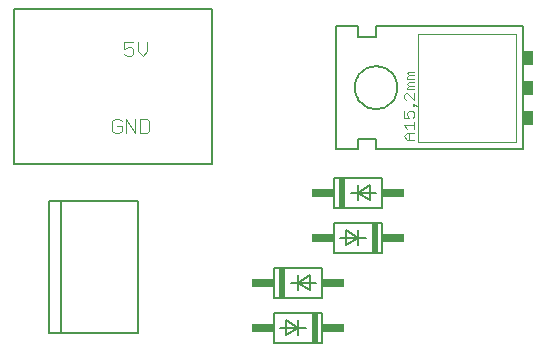
<source format=gto>
G75*
%MOIN*%
%OFA0B0*%
%FSLAX24Y24*%
%IPPOS*%
%LPD*%
%AMOC8*
5,1,8,0,0,1.08239X$1,22.5*
%
%ADD10C,0.0060*%
%ADD11C,0.0020*%
%ADD12C,0.0040*%
%ADD13R,0.0350X0.0500*%
%ADD14R,0.0200X0.1000*%
%ADD15R,0.0750X0.0300*%
%ADD16C,0.0050*%
%ADD17C,0.0080*%
D10*
X008850Y006150D02*
X010450Y006150D01*
X010450Y007150D01*
X008850Y007150D01*
X008850Y006150D01*
X009250Y006400D02*
X009650Y006650D01*
X009650Y006900D01*
X009650Y006650D02*
X009650Y006400D01*
X009650Y006650D02*
X009050Y006650D01*
X009250Y006400D02*
X009250Y006900D01*
X009650Y006650D01*
X009900Y006650D01*
X010450Y007650D02*
X008850Y007650D01*
X008850Y008650D01*
X010450Y008650D01*
X010450Y007650D01*
X010050Y007900D02*
X009650Y008150D01*
X009650Y007900D01*
X009650Y008150D02*
X009400Y008150D01*
X009650Y008150D02*
X009650Y008400D01*
X009650Y008150D02*
X010050Y008400D01*
X010050Y007900D01*
X010250Y008150D02*
X009650Y008150D01*
X010850Y009150D02*
X012450Y009150D01*
X012450Y010150D01*
X010850Y010150D01*
X010850Y009150D01*
X011250Y009400D02*
X011650Y009650D01*
X011650Y009900D01*
X011650Y009650D02*
X011650Y009400D01*
X011650Y009650D02*
X011050Y009650D01*
X011250Y009400D02*
X011250Y009900D01*
X011650Y009650D01*
X011900Y009650D01*
X012450Y010650D02*
X010850Y010650D01*
X010850Y011650D01*
X012450Y011650D01*
X012450Y010650D01*
X012050Y010900D02*
X011650Y011150D01*
X011650Y010900D01*
X011650Y011150D02*
X011400Y011150D01*
X011650Y011150D02*
X011650Y011400D01*
X011650Y011150D02*
X012050Y011400D01*
X012050Y010900D01*
X012250Y011150D02*
X011650Y011150D01*
X011650Y012600D02*
X010900Y012600D01*
X010900Y016700D01*
X011650Y016700D01*
X011650Y016350D01*
X012250Y016350D01*
X012250Y016700D01*
X017150Y016700D01*
X017150Y012600D01*
X012250Y012600D01*
X012250Y012950D01*
X011650Y012950D01*
X011650Y012600D01*
X011540Y014650D02*
X011542Y014703D01*
X011548Y014756D01*
X011558Y014808D01*
X011572Y014859D01*
X011589Y014909D01*
X011610Y014958D01*
X011635Y015005D01*
X011663Y015050D01*
X011695Y015093D01*
X011730Y015133D01*
X011767Y015170D01*
X011807Y015205D01*
X011850Y015237D01*
X011895Y015265D01*
X011942Y015290D01*
X011991Y015311D01*
X012041Y015328D01*
X012092Y015342D01*
X012144Y015352D01*
X012197Y015358D01*
X012250Y015360D01*
X012303Y015358D01*
X012356Y015352D01*
X012408Y015342D01*
X012459Y015328D01*
X012509Y015311D01*
X012558Y015290D01*
X012605Y015265D01*
X012650Y015237D01*
X012693Y015205D01*
X012733Y015170D01*
X012770Y015133D01*
X012805Y015093D01*
X012837Y015050D01*
X012865Y015005D01*
X012890Y014958D01*
X012911Y014909D01*
X012928Y014859D01*
X012942Y014808D01*
X012952Y014756D01*
X012958Y014703D01*
X012960Y014650D01*
X012958Y014597D01*
X012952Y014544D01*
X012942Y014492D01*
X012928Y014441D01*
X012911Y014391D01*
X012890Y014342D01*
X012865Y014295D01*
X012837Y014250D01*
X012805Y014207D01*
X012770Y014167D01*
X012733Y014130D01*
X012693Y014095D01*
X012650Y014063D01*
X012605Y014035D01*
X012558Y014010D01*
X012509Y013989D01*
X012459Y013972D01*
X012408Y013958D01*
X012356Y013948D01*
X012303Y013942D01*
X012250Y013940D01*
X012197Y013942D01*
X012144Y013948D01*
X012092Y013958D01*
X012041Y013972D01*
X011991Y013989D01*
X011942Y014010D01*
X011895Y014035D01*
X011850Y014063D01*
X011807Y014095D01*
X011767Y014130D01*
X011730Y014167D01*
X011695Y014207D01*
X011663Y014250D01*
X011635Y014295D01*
X011610Y014342D01*
X011589Y014391D01*
X011572Y014441D01*
X011558Y014492D01*
X011548Y014544D01*
X011542Y014597D01*
X011540Y014650D01*
D11*
X013650Y012850D02*
X016900Y012850D01*
X016900Y016450D01*
X013650Y016450D01*
X013650Y012850D01*
D12*
X013530Y012920D02*
X013296Y012920D01*
X013180Y013037D01*
X013296Y013154D01*
X013530Y013154D01*
X013530Y013279D02*
X013530Y013513D01*
X013530Y013396D02*
X013180Y013396D01*
X013296Y013279D01*
X013355Y013154D02*
X013355Y012920D01*
X013355Y013638D02*
X013180Y013638D01*
X013180Y013872D01*
X013296Y013813D02*
X013296Y013755D01*
X013355Y013638D01*
X013472Y013638D02*
X013530Y013697D01*
X013530Y013813D01*
X013472Y013872D01*
X013355Y013872D01*
X013296Y013813D01*
X013472Y014056D02*
X013530Y014056D01*
X013530Y014114D01*
X013472Y014114D01*
X013472Y014056D01*
X013530Y014114D02*
X013647Y013997D01*
X013530Y014237D02*
X013296Y014470D01*
X013238Y014470D01*
X013180Y014412D01*
X013180Y014295D01*
X013238Y014237D01*
X013530Y014237D02*
X013530Y014470D01*
X013530Y014596D02*
X013296Y014596D01*
X013296Y014654D01*
X013355Y014713D01*
X013296Y014771D01*
X013355Y014829D01*
X013530Y014829D01*
X013530Y014713D02*
X013355Y014713D01*
X013296Y014955D02*
X013296Y015013D01*
X013355Y015072D01*
X013296Y015130D01*
X013355Y015188D01*
X013530Y015188D01*
X013530Y015072D02*
X013355Y015072D01*
X013296Y014955D02*
X013530Y014955D01*
X004689Y013529D02*
X004689Y013222D01*
X004612Y013145D01*
X004382Y013145D01*
X004382Y013606D01*
X004612Y013606D01*
X004689Y013529D01*
X004228Y013606D02*
X004228Y013145D01*
X003921Y013606D01*
X003921Y013145D01*
X003768Y013222D02*
X003768Y013375D01*
X003614Y013375D01*
X003461Y013222D02*
X003538Y013145D01*
X003691Y013145D01*
X003768Y013222D01*
X003768Y013529D02*
X003691Y013606D01*
X003538Y013606D01*
X003461Y013529D01*
X003461Y013222D01*
X003931Y015704D02*
X003855Y015781D01*
X003931Y015704D02*
X004085Y015704D01*
X004162Y015781D01*
X004162Y015934D01*
X004085Y016011D01*
X004008Y016011D01*
X003855Y015934D01*
X003855Y016165D01*
X004162Y016165D01*
X004315Y016165D02*
X004315Y015858D01*
X004469Y015704D01*
X004622Y015858D01*
X004622Y016165D01*
D13*
X017325Y015650D03*
X017325Y014650D03*
X017325Y013650D03*
D14*
X012200Y009650D03*
X011100Y011150D03*
X009100Y008150D03*
X010200Y006650D03*
D15*
X010825Y006650D03*
X010825Y008150D03*
X010475Y009650D03*
X010475Y011150D03*
X012825Y011150D03*
X012825Y009650D03*
X008475Y008150D03*
X008475Y006650D03*
D16*
X006787Y012113D02*
X000173Y012113D01*
X000173Y017287D01*
X006787Y017287D01*
X006787Y012113D01*
D17*
X001351Y010870D02*
X001351Y006461D01*
X001744Y006461D01*
X001744Y010870D01*
X004304Y010870D01*
X004304Y006461D01*
X001744Y006461D01*
X001744Y010870D02*
X001351Y010870D01*
M02*

</source>
